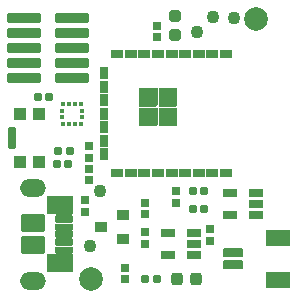
<source format=gts>
G04 #@! TF.GenerationSoftware,KiCad,Pcbnew,(6.0.11)*
G04 #@! TF.CreationDate,2023-04-24T14:11:09-03:00*
G04 #@! TF.ProjectId,HappyFeet,48617070-7946-4656-9574-2e6b69636164,V0.7*
G04 #@! TF.SameCoordinates,Original*
G04 #@! TF.FileFunction,Soldermask,Top*
G04 #@! TF.FilePolarity,Negative*
%FSLAX46Y46*%
G04 Gerber Fmt 4.6, Leading zero omitted, Abs format (unit mm)*
G04 Created by KiCad (PCBNEW (6.0.11)) date 2023-04-24 14:11:09*
%MOMM*%
%LPD*%
G01*
G04 APERTURE LIST*
G04 Aperture macros list*
%AMRoundRect*
0 Rectangle with rounded corners*
0 $1 Rounding radius*
0 $2 $3 $4 $5 $6 $7 $8 $9 X,Y pos of 4 corners*
0 Add a 4 corners polygon primitive as box body*
4,1,4,$2,$3,$4,$5,$6,$7,$8,$9,$2,$3,0*
0 Add four circle primitives for the rounded corners*
1,1,$1+$1,$2,$3*
1,1,$1+$1,$4,$5*
1,1,$1+$1,$6,$7*
1,1,$1+$1,$8,$9*
0 Add four rect primitives between the rounded corners*
20,1,$1+$1,$2,$3,$4,$5,0*
20,1,$1+$1,$4,$5,$6,$7,0*
20,1,$1+$1,$6,$7,$8,$9,0*
20,1,$1+$1,$8,$9,$2,$3,0*%
G04 Aperture macros list end*
%ADD10RoundRect,0.198300X0.147500X0.172500X-0.147500X0.172500X-0.147500X-0.172500X0.147500X-0.172500X0*%
%ADD11RoundRect,0.198300X-0.147500X-0.172500X0.147500X-0.172500X0.147500X0.172500X-0.147500X0.172500X0*%
%ADD12RoundRect,0.198300X-0.172500X0.147500X-0.172500X-0.147500X0.172500X-0.147500X0.172500X0.147500X0*%
%ADD13RoundRect,0.198300X0.172500X-0.147500X0.172500X0.147500X-0.172500X0.147500X-0.172500X-0.147500X0*%
%ADD14RoundRect,0.050800X-0.774700X0.330200X-0.774700X-0.330200X0.774700X-0.330200X0.774700X0.330200X0*%
%ADD15RoundRect,0.050800X-0.952500X0.647700X-0.952500X-0.647700X0.952500X-0.647700X0.952500X0.647700X0*%
%ADD16RoundRect,0.050800X-0.495300X0.444500X-0.495300X-0.444500X0.495300X-0.444500X0.495300X0.444500X0*%
%ADD17RoundRect,0.050800X-0.279400X0.850900X-0.279400X-0.850900X0.279400X-0.850900X0.279400X0.850900X0*%
%ADD18RoundRect,0.050800X0.530000X0.325000X-0.530000X0.325000X-0.530000X-0.325000X0.530000X-0.325000X0*%
%ADD19C,2.000000*%
%ADD20RoundRect,0.269550X0.256250X-0.218750X0.256250X0.218750X-0.256250X0.218750X-0.256250X-0.218750X0*%
%ADD21RoundRect,0.269550X0.218750X0.256250X-0.218750X0.256250X-0.218750X-0.256250X0.218750X-0.256250X0*%
%ADD22RoundRect,0.050800X0.139700X0.152400X-0.139700X0.152400X-0.139700X-0.152400X0.139700X-0.152400X0*%
%ADD23RoundRect,0.050800X0.152400X-0.139700X0.152400X0.139700X-0.152400X0.139700X-0.152400X-0.139700X0*%
%ADD24R,1.383000X1.383000*%
%ADD25RoundRect,0.050800X-0.444500X-0.304800X0.444500X-0.304800X0.444500X0.304800X-0.444500X0.304800X0*%
%ADD26RoundRect,0.050800X-0.304800X0.444500X-0.304800X-0.444500X0.304800X-0.444500X0.304800X0.444500X0*%
%ADD27RoundRect,0.050800X-0.750000X0.750000X-0.750000X-0.750000X0.750000X-0.750000X0.750000X0.750000X0*%
%ADD28C,1.101600*%
%ADD29RoundRect,0.050800X0.444500X-0.406400X0.444500X0.406400X-0.444500X0.406400X-0.444500X-0.406400X0*%
%ADD30RoundRect,0.050800X-0.685800X0.228600X-0.685800X-0.228600X0.685800X-0.228600X0.685800X0.228600X0*%
%ADD31RoundRect,0.050800X-1.054100X-0.736600X1.054100X-0.736600X1.054100X0.736600X-1.054100X0.736600X0*%
%ADD32RoundRect,0.050800X-0.952500X0.685800X-0.952500X-0.685800X0.952500X-0.685800X0.952500X0.685800X0*%
%ADD33O,2.209800X1.498600*%
%ADD34RoundRect,0.050800X-1.395000X0.370000X-1.395000X-0.370000X1.395000X-0.370000X1.395000X0.370000X0*%
G04 APERTURE END LIST*
D10*
G04 #@! TO.C,C3*
X103855000Y-78070000D03*
X102885000Y-78070000D03*
G04 #@! TD*
D11*
G04 #@! TO.C,C15*
X104635000Y-82620000D03*
X105605000Y-82620000D03*
G04 #@! TD*
D12*
G04 #@! TO.C,C18*
X112000000Y-89515000D03*
X112000000Y-90485000D03*
G04 #@! TD*
D13*
G04 #@! TO.C,C19*
X112000000Y-87985000D03*
X112000000Y-87015000D03*
G04 #@! TD*
D11*
G04 #@! TO.C,C22*
X116015000Y-86000000D03*
X116985000Y-86000000D03*
G04 #@! TD*
G04 #@! TO.C,C26*
X116015000Y-87500000D03*
X116985000Y-87500000D03*
G04 #@! TD*
D14*
G04 #@! TO.C,J3*
X119401500Y-92249999D03*
X119401500Y-91250001D03*
D15*
X123276501Y-89950001D03*
X123276501Y-93549999D03*
G04 #@! TD*
D13*
G04 #@! TO.C,R1*
X113000000Y-72985000D03*
X113000000Y-72015000D03*
G04 #@! TD*
D10*
G04 #@! TO.C,R3*
X105485000Y-83750000D03*
X104515000Y-83750000D03*
G04 #@! TD*
D16*
G04 #@! TO.C,SW1*
X102980001Y-79450002D03*
X101379999Y-79450002D03*
X102980001Y-83549998D03*
X101379999Y-83549998D03*
D17*
X100754999Y-81500000D03*
G04 #@! TD*
D18*
G04 #@! TO.C,U4*
X116100000Y-91450000D03*
X116100000Y-90500000D03*
X116100000Y-89550000D03*
X113900000Y-89550000D03*
X113900000Y-91450000D03*
G04 #@! TD*
D12*
G04 #@! TO.C,C24*
X114610000Y-86045000D03*
X114610000Y-87015000D03*
G04 #@! TD*
D19*
G04 #@! TO.C,FID1*
X121360000Y-71460000D03*
G04 #@! TD*
D20*
G04 #@! TO.C,D1*
X114500000Y-72787500D03*
X114500000Y-71212500D03*
G04 #@! TD*
D21*
G04 #@! TO.C,D3*
X116287500Y-93500000D03*
X114712500Y-93500000D03*
G04 #@! TD*
D13*
G04 #@! TO.C,R7*
X110250000Y-93485000D03*
X110250000Y-92515000D03*
G04 #@! TD*
D11*
G04 #@! TO.C,R6*
X112015000Y-93500000D03*
X112985000Y-93500000D03*
G04 #@! TD*
D18*
G04 #@! TO.C,U5*
X121400000Y-88050000D03*
X121400000Y-87100000D03*
X121400000Y-86150000D03*
X119200000Y-86150000D03*
X119200000Y-88050000D03*
G04 #@! TD*
D22*
G04 #@! TO.C,U2*
X105049999Y-80325500D03*
X105550000Y-80325500D03*
X106050000Y-80325500D03*
X106550001Y-80325500D03*
D23*
X106625500Y-79750000D03*
X106625500Y-79250000D03*
D22*
X106550001Y-78674500D03*
X106050000Y-78674500D03*
X105550000Y-78674500D03*
X105049999Y-78674500D03*
D23*
X104974500Y-79250000D03*
X104974500Y-79750000D03*
G04 #@! TD*
D13*
G04 #@! TO.C,C23*
X117500000Y-90235000D03*
X117500000Y-89265000D03*
G04 #@! TD*
D24*
G04 #@! TO.C,U1*
X113910022Y-79730000D03*
X113906212Y-78029900D03*
X112204412Y-79731700D03*
X112191712Y-78030000D03*
D25*
X118835118Y-74415000D03*
X117685117Y-74415000D03*
X116535117Y-74415000D03*
X115385117Y-74415000D03*
X114235117Y-74415000D03*
X113085116Y-74415000D03*
X111935116Y-74415000D03*
X110785116Y-74415000D03*
X109635116Y-74415000D03*
D26*
X108535512Y-76015009D03*
X108535512Y-77165010D03*
X108535512Y-78315010D03*
X108535512Y-79465010D03*
X108535512Y-80615010D03*
X108535512Y-81765011D03*
X108535512Y-82915011D03*
D25*
X109635116Y-84515000D03*
X110785116Y-84515000D03*
X111935116Y-84515000D03*
X113085116Y-84515000D03*
X114235117Y-84515000D03*
X115385117Y-84515000D03*
X116535117Y-84515000D03*
X117685117Y-84515000D03*
X118835118Y-84515000D03*
D27*
X113910111Y-78029900D03*
X112210112Y-78030000D03*
X112210000Y-79730000D03*
X113910022Y-79730000D03*
G04 #@! TD*
D13*
G04 #@! TO.C,R4*
X107200000Y-85085000D03*
X107200000Y-84115000D03*
G04 #@! TD*
G04 #@! TO.C,R8*
X107200000Y-83185000D03*
X107200000Y-82215000D03*
G04 #@! TD*
D19*
G04 #@! TO.C,FID2*
X107400000Y-93470000D03*
G04 #@! TD*
D28*
G04 #@! TO.C,TP1*
X108200000Y-86000000D03*
G04 #@! TD*
G04 #@! TO.C,TP2*
X119500000Y-71350000D03*
G04 #@! TD*
G04 #@! TO.C,TP3*
X107300000Y-90670000D03*
G04 #@! TD*
G04 #@! TO.C,TP4*
X117700000Y-71310000D03*
G04 #@! TD*
G04 #@! TO.C,TP5*
X116380000Y-72580000D03*
G04 #@! TD*
D13*
G04 #@! TO.C,R5*
X106900000Y-87755000D03*
X106900000Y-86785000D03*
G04 #@! TD*
D29*
G04 #@! TO.C,Z1*
X110154999Y-90064999D03*
X110154999Y-88015001D03*
X108265000Y-89040000D03*
G04 #@! TD*
D30*
G04 #@! TO.C,J1*
X105136394Y-90970000D03*
X105136394Y-90319999D03*
X105136394Y-89670000D03*
X105136394Y-89020001D03*
X105136394Y-88370000D03*
D31*
X104768100Y-87207501D03*
X104768100Y-92132499D03*
D32*
X102472300Y-88732500D03*
X102472300Y-90607500D03*
D33*
X102468200Y-85720300D03*
X102468200Y-93619700D03*
G04 #@! TD*
D34*
G04 #@! TO.C,J2*
X101750000Y-71364000D03*
X105820000Y-71364000D03*
X101750000Y-72634000D03*
X105820000Y-72634000D03*
X101750000Y-73904000D03*
X105820000Y-73904000D03*
X101750000Y-75174000D03*
X105820000Y-75174000D03*
X101750000Y-76444000D03*
X105820000Y-76444000D03*
G04 #@! TD*
G36*
X104450793Y-91247400D02*
G01*
X105821995Y-91247400D01*
X105823163Y-91247168D01*
X105825057Y-91247812D01*
X105825447Y-91249773D01*
X105824664Y-91250793D01*
X105795327Y-91270395D01*
X105788109Y-91306679D01*
X105808785Y-91337621D01*
X105822376Y-91343251D01*
X105823594Y-91344838D01*
X105822829Y-91346686D01*
X105821611Y-91347099D01*
X104423960Y-91347099D01*
X104422228Y-91346099D01*
X104422228Y-91344099D01*
X104423195Y-91343251D01*
X104458135Y-91328778D01*
X104472292Y-91294601D01*
X104458092Y-91260320D01*
X104435814Y-91248411D01*
X104434758Y-91246712D01*
X104435701Y-91244949D01*
X104437147Y-91244685D01*
X104450793Y-91247400D01*
G37*
G36*
X105836363Y-90595561D02*
G01*
X105836753Y-90597523D01*
X105835970Y-90598543D01*
X105806632Y-90618143D01*
X105799414Y-90654427D01*
X105820087Y-90685370D01*
X105833140Y-90690777D01*
X105834358Y-90692364D01*
X105833593Y-90694212D01*
X105831985Y-90694587D01*
X105821995Y-90692600D01*
X104450793Y-90692600D01*
X104438319Y-90695081D01*
X104436425Y-90694438D01*
X104436035Y-90692476D01*
X104436818Y-90691456D01*
X104466156Y-90671856D01*
X104473374Y-90635572D01*
X104452701Y-90604629D01*
X104439648Y-90599222D01*
X104438430Y-90597635D01*
X104439195Y-90595787D01*
X104440803Y-90595412D01*
X104450793Y-90597399D01*
X105821995Y-90597399D01*
X105834469Y-90594918D01*
X105836363Y-90595561D01*
G37*
G36*
X105836368Y-89945561D02*
G01*
X105836758Y-89947523D01*
X105835975Y-89948543D01*
X105806637Y-89968143D01*
X105799419Y-90004427D01*
X105820092Y-90035370D01*
X105833145Y-90040777D01*
X105834363Y-90042364D01*
X105833598Y-90044212D01*
X105831990Y-90044587D01*
X105821995Y-90042599D01*
X104450793Y-90042599D01*
X104438314Y-90045081D01*
X104436420Y-90044438D01*
X104436030Y-90042476D01*
X104436813Y-90041456D01*
X104466151Y-90021856D01*
X104473369Y-89985572D01*
X104452696Y-89954629D01*
X104439643Y-89949222D01*
X104438425Y-89947635D01*
X104439190Y-89945787D01*
X104440798Y-89945412D01*
X104450793Y-89947400D01*
X105821995Y-89947400D01*
X105834474Y-89944918D01*
X105836368Y-89945561D01*
G37*
G36*
X105836368Y-89295562D02*
G01*
X105836758Y-89297524D01*
X105835975Y-89298544D01*
X105806637Y-89318144D01*
X105799419Y-89354428D01*
X105820092Y-89385371D01*
X105833145Y-89390778D01*
X105834363Y-89392365D01*
X105833598Y-89394213D01*
X105831990Y-89394588D01*
X105821995Y-89392600D01*
X104450793Y-89392600D01*
X104438314Y-89395082D01*
X104436420Y-89394439D01*
X104436030Y-89392477D01*
X104436813Y-89391457D01*
X104466151Y-89371857D01*
X104473369Y-89335573D01*
X104452696Y-89304630D01*
X104439643Y-89299223D01*
X104438425Y-89297636D01*
X104439190Y-89295788D01*
X104440798Y-89295413D01*
X104450793Y-89297401D01*
X105821995Y-89297401D01*
X105834474Y-89294919D01*
X105836368Y-89295562D01*
G37*
G36*
X105836363Y-88645562D02*
G01*
X105836753Y-88647524D01*
X105835970Y-88648544D01*
X105806632Y-88668144D01*
X105799414Y-88704428D01*
X105820087Y-88735371D01*
X105833140Y-88740778D01*
X105834358Y-88742365D01*
X105833593Y-88744213D01*
X105831985Y-88744588D01*
X105821995Y-88742601D01*
X104450793Y-88742601D01*
X104438319Y-88745082D01*
X104436425Y-88744439D01*
X104436035Y-88742477D01*
X104436818Y-88741457D01*
X104466156Y-88721857D01*
X104473374Y-88685573D01*
X104452701Y-88654630D01*
X104439648Y-88649223D01*
X104438430Y-88647636D01*
X104439195Y-88645788D01*
X104440803Y-88645413D01*
X104450793Y-88647400D01*
X105821995Y-88647400D01*
X105834469Y-88644919D01*
X105836363Y-88645562D01*
G37*
G36*
X105825058Y-87993314D02*
G01*
X105825448Y-87995275D01*
X105824665Y-87996295D01*
X105795327Y-88015897D01*
X105788109Y-88052180D01*
X105808785Y-88083123D01*
X105822372Y-88088752D01*
X105823590Y-88090339D01*
X105822824Y-88092187D01*
X105821607Y-88092600D01*
X104450793Y-88092600D01*
X104436307Y-88095482D01*
X104434413Y-88094839D01*
X104434023Y-88092877D01*
X104434806Y-88091857D01*
X104464145Y-88072256D01*
X104471363Y-88035973D01*
X104450751Y-88005119D01*
X104423377Y-87996815D01*
X104422010Y-87995355D01*
X104422591Y-87993441D01*
X104423958Y-87992901D01*
X105822001Y-87992901D01*
X105823164Y-87992670D01*
X105825058Y-87993314D01*
G37*
G36*
X113012463Y-78982743D02*
G01*
X113033157Y-79013715D01*
X113069440Y-79020933D01*
X113100383Y-79000257D01*
X113107374Y-78983381D01*
X113108961Y-78982163D01*
X113110809Y-78982929D01*
X113111222Y-78984146D01*
X113111222Y-80476146D01*
X113110222Y-80477878D01*
X113108222Y-80477878D01*
X113107559Y-80477257D01*
X113086865Y-80446285D01*
X113050582Y-80439067D01*
X113019639Y-80459743D01*
X113012648Y-80476619D01*
X113011061Y-80477837D01*
X113009213Y-80477071D01*
X113008800Y-80475854D01*
X113008800Y-78983854D01*
X113009800Y-78982122D01*
X113011800Y-78982122D01*
X113012463Y-78982743D01*
G37*
G36*
X114657819Y-78829700D02*
G01*
X114657819Y-78831700D01*
X114657198Y-78832363D01*
X114626156Y-78853103D01*
X114618938Y-78889386D01*
X114639611Y-78920329D01*
X114656563Y-78927352D01*
X114657780Y-78928939D01*
X114657014Y-78930787D01*
X114655797Y-78931200D01*
X113164046Y-78931200D01*
X113162314Y-78930200D01*
X113162314Y-78928200D01*
X113162935Y-78927537D01*
X113193977Y-78906797D01*
X113201195Y-78870514D01*
X113180522Y-78839571D01*
X113163570Y-78832548D01*
X113162353Y-78830961D01*
X113163119Y-78829113D01*
X113164336Y-78828700D01*
X114656087Y-78828700D01*
X114657819Y-78829700D01*
G37*
G36*
X112957989Y-78829800D02*
G01*
X112957989Y-78831800D01*
X112957368Y-78832463D01*
X112926396Y-78853157D01*
X112919178Y-78889440D01*
X112939854Y-78920383D01*
X112956676Y-78927352D01*
X112957894Y-78928939D01*
X112957128Y-78930787D01*
X112955911Y-78931200D01*
X111463855Y-78931200D01*
X111462123Y-78930200D01*
X111462123Y-78928200D01*
X111462744Y-78927537D01*
X111493716Y-78906843D01*
X111500934Y-78870560D01*
X111480258Y-78839617D01*
X111463436Y-78832648D01*
X111462218Y-78831061D01*
X111462984Y-78829213D01*
X111464201Y-78828800D01*
X112956257Y-78828800D01*
X112957989Y-78829800D01*
G37*
G36*
X113012575Y-77282668D02*
G01*
X113033246Y-77313608D01*
X113069529Y-77320826D01*
X113100473Y-77300151D01*
X113107463Y-77283277D01*
X113109050Y-77282059D01*
X113110898Y-77282824D01*
X113111311Y-77284042D01*
X113111311Y-78776121D01*
X113110311Y-78777853D01*
X113108311Y-78777853D01*
X113107648Y-78777232D01*
X113086977Y-78746292D01*
X113050694Y-78739074D01*
X113019750Y-78759749D01*
X113012760Y-78776623D01*
X113011173Y-78777841D01*
X113009325Y-78777076D01*
X113008912Y-78775858D01*
X113008912Y-77283779D01*
X113009912Y-77282047D01*
X113011912Y-77282047D01*
X113012575Y-77282668D01*
G37*
M02*

</source>
